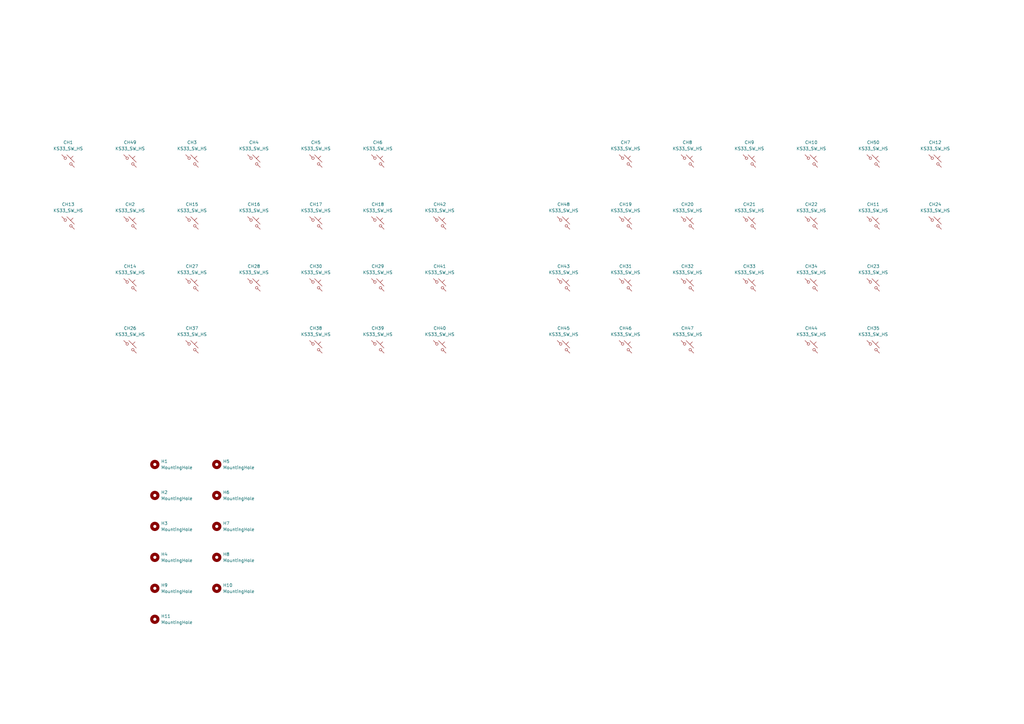
<source format=kicad_sch>
(kicad_sch (version 20250114) (generator "eeschema") (generator_version "9.0")
  (paper "A3")
  (title_block (title "Yet another keyboard") (date "2025-07-26") (rev "1.0-a") (company "My little free time Ltd") (comment 1 "This time non/split") (comment 2 "And I'll add a plate too!"))
  (lib_symbols
    (symbol "Mechanical:MountingHole" (pin_names (offset 1.016)) (in_bom no)
      (property "Reference" "H" (at 0 5.08 0))
      (property "Value" "MountingHole" (at 0 3.175 0))
      (symbol "MountingHole_0_1"
        (circle (center 0 0) (radius 1.27) (stroke (width 1.27)))
      )
    )
    (symbol "PCM_marbastlib-gateron_lp:KS33_SW_HS_KS-2P02B01-02" (pin_numbers (hide yes)) (pin_names (offset 1.016) (hide yes))
      (property "Reference" "CH" (at 3.048 1.016 0))
      (property "Value" "KS33_SW_HS" (at 0 -3.81 0))
      (symbol "KS33_SW_HS_KS-2P02B01-02_0_1"
        (polyline (pts (xy -2.54 2.54) (xy -1.524 1.524) (xy -1.524 1.524)))
        (circle (center -1.1684 1.1684) (radius 0.508))
        (polyline (pts (xy -0.508 2.54) (xy 2.54 -0.508)))
        (polyline (pts (xy 1.016 1.016) (xy 2.032 2.032)))
        (circle (center 1.143 -1.1938) (radius 0.508))
        (polyline (pts (xy 1.524 -1.524) (xy 2.54 -2.54) (xy 2.54 -2.54) (xy 2.54 -2.54)))
        (pin passive line (at -2.54 2.54 0) (length 0) (name "1") (number "1"))
        (pin passive line (at 2.54 -2.54 180) (length 0) (name "2") (number "2"))
      )
    )
  )
  (symbol (lib_id "PCM_marbastlib-gateron_lp:KS33_SW_HS_KS-2P02B01-02") (at 231.14 116.84 0) (unit 1)
    (property "Reference" "CH43" (at 231.14 109.22 0))
    (property "Value" "KS33_SW_HS" (at 231.14 111.76 0))
    (property "Footprint" "packed_switches_library:SW_KS33_hole" (effects (hide yes)))
    (property "Description" "Push button switch, normally open, two pins, 45° tilted" (effects (hide yes)))
  )
  (symbol (lib_id "PCM_marbastlib-gateron_lp:KS33_SW_HS_KS-2P02B01-02") (at 154.94 116.84 0) (unit 1)
    (property "Reference" "CH29" (at 154.94 109.22 0))
    (property "Value" "KS33_SW_HS" (at 154.94 111.76 0))
    (property "Footprint" "packed_switches_library:SW_KS33_hole" (effects (hide yes)))
    (property "Description" "Push button switch, normally open, two pins, 45° tilted" (effects (hide yes)))
  )
  (symbol (lib_id "PCM_marbastlib-gateron_lp:KS33_SW_HS_KS-2P02B01-02") (at 53.34 66.04 0) (unit 1)
    (property "Reference" "CH49" (at 53.34 58.42 0))
    (property "Value" "KS33_SW_HS" (at 53.34 60.96 0))
    (property "Footprint" "packed_switches_library:SW_KS33_hole" (effects (hide yes)))
    (property "Description" "Push button switch, normally open, two pins, 45° tilted" (effects (hide yes)))
  )
  (symbol (lib_id "Mechanical:MountingHole") (at 88.9 190.5 0) (unit 1) (in_bom no)
    (property "Reference" "H5" (at 91.44 189.2299 0) (effects (justify left)))
    (property "Value" "MountingHole" (at 91.44 191.7699 0) (effects (justify left)))
    (property "Footprint" "MountingHole:MountingHole_3.2mm_M3_Pad_Via" (effects (hide yes)))
    (property "Description" "Mounting Hole without connection" (effects (hide yes)))
  )
  (symbol (lib_id "PCM_marbastlib-gateron_lp:KS33_SW_HS_KS-2P02B01-02") (at 78.74 66.04 0) (unit 1)
    (property "Reference" "CH3" (at 78.74 58.42 0))
    (property "Value" "KS33_SW_HS" (at 78.74 60.96 0))
    (property "Footprint" "packed_switches_library:SW_KS33_hole" (effects (hide yes)))
    (property "Description" "Push button switch, normally open, two pins, 45° tilted" (effects (hide yes)))
  )
  (symbol (lib_id "PCM_marbastlib-gateron_lp:KS33_SW_HS_KS-2P02B01-02") (at 27.94 66.04 0) (unit 1)
    (property "Reference" "CH1" (at 27.94 58.42 0))
    (property "Value" "KS33_SW_HS" (at 27.94 60.96 0))
    (property "Footprint" "packed_switches_library:SW_KS33_hole" (effects (hide yes)))
    (property "Description" "Push button switch, normally open, two pins, 45° tilted" (effects (hide yes)))
  )
  (symbol (lib_id "PCM_marbastlib-gateron_lp:KS33_SW_HS_KS-2P02B01-02") (at 358.14 142.24 0) (unit 1)
    (property "Reference" "CH35" (at 358.14 134.62 0))
    (property "Value" "KS33_SW_HS" (at 358.14 137.16 0))
    (property "Footprint" "packed_switches_library:SW_KS33_hole" (effects (hide yes)))
    (property "Description" "Push button switch, normally open, two pins, 45° tilted" (effects (hide yes)))
  )
  (symbol (lib_id "PCM_marbastlib-gateron_lp:KS33_SW_HS_KS-2P02B01-02") (at 78.74 91.44 0) (unit 1)
    (property "Reference" "CH15" (at 78.74 83.82 0))
    (property "Value" "KS33_SW_HS" (at 78.74 86.36 0))
    (property "Footprint" "packed_switches_library:SW_KS33_hole" (effects (hide yes)))
    (property "Description" "Push button switch, normally open, two pins, 45° tilted" (effects (hide yes)))
  )
  (symbol (lib_id "PCM_marbastlib-gateron_lp:KS33_SW_HS_KS-2P02B01-02") (at 27.94 91.44 0) (unit 1)
    (property "Reference" "CH13" (at 27.94 83.82 0))
    (property "Value" "KS33_SW_HS" (at 27.94 86.36 0))
    (property "Footprint" "packed_switches_library:SW_KS33_hole" (effects (hide yes)))
    (property "Description" "Push button switch, normally open, two pins, 45° tilted" (effects (hide yes)))
  )
  (symbol (lib_id "PCM_marbastlib-gateron_lp:KS33_SW_HS_KS-2P02B01-02") (at 256.54 91.44 0) (unit 1)
    (property "Reference" "CH19" (at 256.54 83.82 0))
    (property "Value" "KS33_SW_HS" (at 256.54 86.36 0))
    (property "Footprint" "packed_switches_library:SW_KS33_hole" (effects (hide yes)))
    (property "Description" "Push button switch, normally open, two pins, 45° tilted" (effects (hide yes)))
  )
  (symbol (lib_id "PCM_marbastlib-gateron_lp:KS33_SW_HS_KS-2P02B01-02") (at 307.34 66.04 0) (unit 1)
    (property "Reference" "CH9" (at 307.34 58.42 0))
    (property "Value" "KS33_SW_HS" (at 307.34 60.96 0))
    (property "Footprint" "packed_switches_library:SW_KS33_hole" (effects (hide yes)))
    (property "Description" "Push button switch, normally open, two pins, 45° tilted" (effects (hide yes)))
  )
  (symbol (lib_id "PCM_marbastlib-gateron_lp:KS33_SW_HS_KS-2P02B01-02") (at 104.14 116.84 0) (unit 1)
    (property "Reference" "CH28" (at 104.14 109.22 0))
    (property "Value" "KS33_SW_HS" (at 104.14 111.76 0))
    (property "Footprint" "packed_switches_library:SW_KS33_hole" (effects (hide yes)))
    (property "Description" "Push button switch, normally open, two pins, 45° tilted" (effects (hide yes)))
  )
  (symbol (lib_id "PCM_marbastlib-gateron_lp:KS33_SW_HS_KS-2P02B01-02") (at 358.14 116.84 0) (unit 1)
    (property "Reference" "CH23" (at 358.14 109.22 0))
    (property "Value" "KS33_SW_HS" (at 358.14 111.76 0))
    (property "Footprint" "packed_switches_library:SW_KS33_hole" (effects (hide yes)))
    (property "Description" "Push button switch, normally open, two pins, 45° tilted" (effects (hide yes)))
  )
  (symbol (lib_id "PCM_marbastlib-gateron_lp:KS33_SW_HS_KS-2P02B01-02") (at 256.54 142.24 0) (unit 1)
    (property "Reference" "CH46" (at 256.54 134.62 0))
    (property "Value" "KS33_SW_HS" (at 256.54 137.16 0))
    (property "Footprint" "packed_switches_library:SW_KS33_hole" (effects (hide yes)))
    (property "Description" "Push button switch, normally open, two pins, 45° tilted" (effects (hide yes)))
  )
  (symbol (lib_id "PCM_marbastlib-gateron_lp:KS33_SW_HS_KS-2P02B01-02") (at 383.54 91.44 0) (unit 1)
    (property "Reference" "CH24" (at 383.54 83.82 0))
    (property "Value" "KS33_SW_HS" (at 383.54 86.36 0))
    (property "Footprint" "packed_switches_library:SW_KS33_hole" (effects (hide yes)))
    (property "Description" "Push button switch, normally open, two pins, 45° tilted" (effects (hide yes)))
  )
  (symbol (lib_id "PCM_marbastlib-gateron_lp:KS33_SW_HS_KS-2P02B01-02") (at 129.54 116.84 0) (unit 1)
    (property "Reference" "CH30" (at 129.54 109.22 0))
    (property "Value" "KS33_SW_HS" (at 129.54 111.76 0))
    (property "Footprint" "packed_switches_library:SW_KS33_hole" (effects (hide yes)))
    (property "Description" "Push button switch, normally open, two pins, 45° tilted" (effects (hide yes)))
  )
  (symbol (lib_id "Mechanical:MountingHole") (at 88.9 241.3 0) (unit 1) (in_bom no)
    (property "Reference" "H10" (at 91.44 240.0299 0) (effects (justify left)))
    (property "Value" "MountingHole" (at 91.44 242.5699 0) (effects (justify left)))
    (property "Footprint" "MountingHole:MountingHole_3.2mm_M3_Pad_Via" (effects (hide yes)))
    (property "Description" "Mounting Hole without connection" (effects (hide yes)))
  )
  (symbol (lib_id "Mechanical:MountingHole") (at 88.9 228.6 0) (unit 1) (in_bom no)
    (property "Reference" "H8" (at 91.44 227.3299 0) (effects (justify left)))
    (property "Value" "MountingHole" (at 91.44 229.8699 0) (effects (justify left)))
    (property "Footprint" "MountingHole:MountingHole_3.2mm_M3_Pad_Via" (effects (hide yes)))
    (property "Description" "Mounting Hole without connection" (effects (hide yes)))
  )
  (symbol (lib_id "Mechanical:MountingHole") (at 63.5 215.9 0) (unit 1) (in_bom no)
    (property "Reference" "H3" (at 66.04 214.6299 0) (effects (justify left)))
    (property "Value" "MountingHole" (at 66.04 217.1699 0) (effects (justify left)))
    (property "Footprint" "MountingHole:MountingHole_3.2mm_M3_Pad_Via" (effects (hide yes)))
    (property "Description" "Mounting Hole without connection" (effects (hide yes)))
  )
  (symbol (lib_id "PCM_marbastlib-gateron_lp:KS33_SW_HS_KS-2P02B01-02") (at 180.34 91.44 0) (unit 1)
    (property "Reference" "CH42" (at 180.34 83.82 0))
    (property "Value" "KS33_SW_HS" (at 180.34 86.36 0))
    (property "Footprint" "packed_switches_library:SW_KS33_hole" (effects (hide yes)))
    (property "Description" "Push button switch, normally open, two pins, 45° tilted" (effects (hide yes)))
  )
  (symbol (lib_id "PCM_marbastlib-gateron_lp:KS33_SW_HS_KS-2P02B01-02") (at 154.94 66.04 0) (unit 1)
    (property "Reference" "CH6" (at 154.94 58.42 0))
    (property "Value" "KS33_SW_HS" (at 154.94 60.96 0))
    (property "Footprint" "packed_switches_library:SW_KS33_hole" (effects (hide yes)))
    (property "Description" "Push button switch, normally open, two pins, 45° tilted" (effects (hide yes)))
  )
  (symbol (lib_id "Mechanical:MountingHole") (at 63.5 203.2 0) (unit 1) (in_bom no)
    (property "Reference" "H2" (at 66.04 201.9299 0) (effects (justify left)))
    (property "Value" "MountingHole" (at 66.04 204.4699 0) (effects (justify left)))
    (property "Footprint" "MountingHole:MountingHole_3.2mm_M3_Pad_Via" (effects (hide yes)))
    (property "Description" "Mounting Hole without connection" (effects (hide yes)))
  )
  (symbol (lib_id "PCM_marbastlib-gateron_lp:KS33_SW_HS_KS-2P02B01-02") (at 129.54 91.44 0) (unit 1)
    (property "Reference" "CH17" (at 129.54 83.82 0))
    (property "Value" "KS33_SW_HS" (at 129.54 86.36 0))
    (property "Footprint" "packed_switches_library:SW_KS33_hole" (effects (hide yes)))
    (property "Description" "Push button switch, normally open, two pins, 45° tilted" (effects (hide yes)))
  )
  (symbol (lib_id "PCM_marbastlib-gateron_lp:KS33_SW_HS_KS-2P02B01-02") (at 231.14 91.44 0) (unit 1)
    (property "Reference" "CH48" (at 231.14 83.82 0))
    (property "Value" "KS33_SW_HS" (at 231.14 86.36 0))
    (property "Footprint" "packed_switches_library:SW_KS33_hole" (effects (hide yes)))
    (property "Description" "Push button switch, normally open, two pins, 45° tilted" (effects (hide yes)))
  )
  (symbol (lib_id "PCM_marbastlib-gateron_lp:KS33_SW_HS_KS-2P02B01-02") (at 53.34 142.24 0) (unit 1)
    (property "Reference" "CH26" (at 53.34 134.62 0))
    (property "Value" "KS33_SW_HS" (at 53.34 137.16 0))
    (property "Footprint" "packed_switches_library:SW_KS33_hole" (effects (hide yes)))
    (property "Description" "Push button switch, normally open, two pins, 45° tilted" (effects (hide yes)))
  )
  (symbol (lib_id "PCM_marbastlib-gateron_lp:KS33_SW_HS_KS-2P02B01-02") (at 281.94 66.04 0) (unit 1)
    (property "Reference" "CH8" (at 281.94 58.42 0))
    (property "Value" "KS33_SW_HS" (at 281.94 60.96 0))
    (property "Footprint" "packed_switches_library:SW_KS33_hole" (effects (hide yes)))
    (property "Description" "Push button switch, normally open, two pins, 45° tilted" (effects (hide yes)))
  )
  (symbol (lib_id "PCM_marbastlib-gateron_lp:KS33_SW_HS_KS-2P02B01-02") (at 180.34 116.84 0) (unit 1)
    (property "Reference" "CH41" (at 180.34 109.22 0))
    (property "Value" "KS33_SW_HS" (at 180.34 111.76 0))
    (property "Footprint" "packed_switches_library:SW_KS33_hole" (effects (hide yes)))
    (property "Description" "Push button switch, normally open, two pins, 45° tilted" (effects (hide yes)))
  )
  (symbol (lib_id "PCM_marbastlib-gateron_lp:KS33_SW_HS_KS-2P02B01-02") (at 307.34 116.84 0) (unit 1)
    (property "Reference" "CH33" (at 307.34 109.22 0))
    (property "Value" "KS33_SW_HS" (at 307.34 111.76 0))
    (property "Footprint" "packed_switches_library:SW_KS33_hole" (effects (hide yes)))
    (property "Description" "Push button switch, normally open, two pins, 45° tilted" (effects (hide yes)))
  )
  (symbol (lib_id "Mechanical:MountingHole") (at 88.9 215.9 0) (unit 1) (in_bom no)
    (property "Reference" "H7" (at 91.44 214.6299 0) (effects (justify left)))
    (property "Value" "MountingHole" (at 91.44 217.1699 0) (effects (justify left)))
    (property "Footprint" "MountingHole:MountingHole_3.2mm_M3_Pad_Via" (effects (hide yes)))
    (property "Description" "Mounting Hole without connection" (effects (hide yes)))
  )
  (symbol (lib_id "PCM_marbastlib-gateron_lp:KS33_SW_HS_KS-2P02B01-02") (at 358.14 66.04 0) (unit 1)
    (property "Reference" "CH50" (at 358.14 58.42 0))
    (property "Value" "KS33_SW_HS" (at 358.14 60.96 0))
    (property "Footprint" "packed_switches_library:SW_KS33_hole" (effects (hide yes)))
    (property "Description" "Push button switch, normally open, two pins, 45° tilted" (effects (hide yes)))
  )
  (symbol (lib_id "PCM_marbastlib-gateron_lp:KS33_SW_HS_KS-2P02B01-02") (at 281.94 116.84 0) (unit 1)
    (property "Reference" "CH32" (at 281.94 109.22 0))
    (property "Value" "KS33_SW_HS" (at 281.94 111.76 0))
    (property "Footprint" "packed_switches_library:SW_KS33_hole" (effects (hide yes)))
    (property "Description" "Push button switch, normally open, two pins, 45° tilted" (effects (hide yes)))
  )
  (symbol (lib_id "Mechanical:MountingHole") (at 63.5 228.6 0) (unit 1) (in_bom no)
    (property "Reference" "H4" (at 66.04 227.3299 0) (effects (justify left)))
    (property "Value" "MountingHole" (at 66.04 229.8699 0) (effects (justify left)))
    (property "Footprint" "MountingHole:MountingHole_3.2mm_M3_Pad_Via" (effects (hide yes)))
    (property "Description" "Mounting Hole without connection" (effects (hide yes)))
  )
  (symbol (lib_id "Mechanical:MountingHole") (at 63.5 241.3 0) (unit 1) (in_bom no)
    (property "Reference" "H9" (at 66.04 240.0299 0) (effects (justify left)))
    (property "Value" "MountingHole" (at 66.04 242.5699 0) (effects (justify left)))
    (property "Footprint" "MountingHole:MountingHole_3.2mm_M3_Pad_Via" (effects (hide yes)))
    (property "Description" "Mounting Hole without connection" (effects (hide yes)))
  )
  (symbol (lib_id "PCM_marbastlib-gateron_lp:KS33_SW_HS_KS-2P02B01-02") (at 78.74 116.84 0) (unit 1)
    (property "Reference" "CH27" (at 78.74 109.22 0))
    (property "Value" "KS33_SW_HS" (at 78.74 111.76 0))
    (property "Footprint" "packed_switches_library:SW_KS33_hole" (effects (hide yes)))
    (property "Description" "Push button switch, normally open, two pins, 45° tilted" (effects (hide yes)))
  )
  (symbol (lib_id "PCM_marbastlib-gateron_lp:KS33_SW_HS_KS-2P02B01-02") (at 154.94 142.24 0) (unit 1)
    (property "Reference" "CH39" (at 154.94 134.62 0))
    (property "Value" "KS33_SW_HS" (at 154.94 137.16 0))
    (property "Footprint" "packed_switches_library:SW_KS33_hole" (effects (hide yes)))
    (property "Description" "Push button switch, normally open, two pins, 45° tilted" (effects (hide yes)))
  )
  (symbol (lib_id "PCM_marbastlib-gateron_lp:KS33_SW_HS_KS-2P02B01-02") (at 332.74 116.84 0) (unit 1)
    (property "Reference" "CH34" (at 332.74 109.22 0))
    (property "Value" "KS33_SW_HS" (at 332.74 111.76 0))
    (property "Footprint" "packed_switches_library:SW_KS33_hole" (effects (hide yes)))
    (property "Description" "Push button switch, normally open, two pins, 45° tilted" (effects (hide yes)))
  )
  (symbol (lib_id "PCM_marbastlib-gateron_lp:KS33_SW_HS_KS-2P02B01-02") (at 154.94 91.44 0) (unit 1)
    (property "Reference" "CH18" (at 154.94 83.82 0))
    (property "Value" "KS33_SW_HS" (at 154.94 86.36 0))
    (property "Footprint" "packed_switches_library:SW_KS33_hole" (effects (hide yes)))
    (property "Description" "Push button switch, normally open, two pins, 45° tilted" (effects (hide yes)))
  )
  (symbol (lib_id "Mechanical:MountingHole") (at 63.5 254 0) (unit 1) (in_bom no)
    (property "Reference" "H11" (at 66.04 252.7299 0) (effects (justify left)))
    (property "Value" "MountingHole" (at 66.04 255.2699 0) (effects (justify left)))
    (property "Footprint" "MountingHole:MountingHole_3.2mm_M3_Pad_Via" (effects (hide yes)))
    (property "Description" "Mounting Hole without connection" (effects (hide yes)))
  )
  (symbol (lib_id "PCM_marbastlib-gateron_lp:KS33_SW_HS_KS-2P02B01-02") (at 332.74 91.44 0) (unit 1)
    (property "Reference" "CH22" (at 332.74 83.82 0))
    (property "Value" "KS33_SW_HS" (at 332.74 86.36 0))
    (property "Footprint" "packed_switches_library:SW_KS33_hole" (effects (hide yes)))
    (property "Description" "Push button switch, normally open, two pins, 45° tilted" (effects (hide yes)))
  )
  (symbol (lib_id "PCM_marbastlib-gateron_lp:KS33_SW_HS_KS-2P02B01-02") (at 281.94 91.44 0) (unit 1)
    (property "Reference" "CH20" (at 281.94 83.82 0))
    (property "Value" "KS33_SW_HS" (at 281.94 86.36 0))
    (property "Footprint" "packed_switches_library:SW_KS33_hole" (effects (hide yes)))
    (property "Description" "Push button switch, normally open, two pins, 45° tilted" (effects (hide yes)))
  )
  (symbol (lib_id "PCM_marbastlib-gateron_lp:KS33_SW_HS_KS-2P02B01-02") (at 281.94 142.24 0) (unit 1)
    (property "Reference" "CH47" (at 281.94 134.62 0))
    (property "Value" "KS33_SW_HS" (at 281.94 137.16 0))
    (property "Footprint" "packed_switches_library:SW_KS33_hole" (effects (hide yes)))
    (property "Description" "Push button switch, normally open, two pins, 45° tilted" (effects (hide yes)))
  )
  (symbol (lib_id "PCM_marbastlib-gateron_lp:KS33_SW_HS_KS-2P02B01-02") (at 358.14 91.44 0) (unit 1)
    (property "Reference" "CH11" (at 358.14 83.82 0))
    (property "Value" "KS33_SW_HS" (at 358.14 86.36 0))
    (property "Footprint" "packed_switches_library:SW_KS33_hole" (effects (hide yes)))
    (property "Description" "Push button switch, normally open, two pins, 45° tilted" (effects (hide yes)))
  )
  (symbol (lib_id "PCM_marbastlib-gateron_lp:KS33_SW_HS_KS-2P02B01-02") (at 256.54 116.84 0) (unit 1)
    (property "Reference" "CH31" (at 256.54 109.22 0))
    (property "Value" "KS33_SW_HS" (at 256.54 111.76 0))
    (property "Footprint" "packed_switches_library:SW_KS33_hole" (effects (hide yes)))
    (property "Description" "Push button switch, normally open, two pins, 45° tilted" (effects (hide yes)))
  )
  (symbol (lib_id "PCM_marbastlib-gateron_lp:KS33_SW_HS_KS-2P02B01-02") (at 231.14 142.24 0) (unit 1)
    (property "Reference" "CH45" (at 231.14 134.62 0))
    (property "Value" "KS33_SW_HS" (at 231.14 137.16 0))
    (property "Footprint" "packed_switches_library:SW_KS33_hole" (effects (hide yes)))
    (property "Description" "Push button switch, normally open, two pins, 45° tilted" (effects (hide yes)))
  )
  (symbol (lib_id "PCM_marbastlib-gateron_lp:KS33_SW_HS_KS-2P02B01-02") (at 78.74 142.24 0) (unit 1)
    (property "Reference" "CH37" (at 78.74 134.62 0))
    (property "Value" "KS33_SW_HS" (at 78.74 137.16 0))
    (property "Footprint" "packed_switches_library:SW_KS33_hole" (effects (hide yes)))
    (property "Description" "Push button switch, normally open, two pins, 45° tilted" (effects (hide yes)))
  )
  (symbol (lib_id "PCM_marbastlib-gateron_lp:KS33_SW_HS_KS-2P02B01-02") (at 53.34 91.44 0) (unit 1)
    (property "Reference" "CH2" (at 53.34 83.82 0))
    (property "Value" "KS33_SW_HS" (at 53.34 86.36 0))
    (property "Footprint" "packed_switches_library:SW_KS33_hole" (effects (hide yes)))
    (property "Description" "Push button switch, normally open, two pins, 45° tilted" (effects (hide yes)))
  )
  (symbol (lib_id "PCM_marbastlib-gateron_lp:KS33_SW_HS_KS-2P02B01-02") (at 332.74 142.24 0) (unit 1)
    (property "Reference" "CH44" (at 332.74 134.62 0))
    (property "Value" "KS33_SW_HS" (at 332.74 137.16 0))
    (property "Footprint" "packed_switches_library:SW_KS33_hole" (effects (hide yes)))
    (property "Description" "Push button switch, normally open, two pins, 45° tilted" (effects (hide yes)))
  )
  (symbol (lib_id "PCM_marbastlib-gateron_lp:KS33_SW_HS_KS-2P02B01-02") (at 383.54 66.04 0) (unit 1)
    (property "Reference" "CH12" (at 383.54 58.42 0))
    (property "Value" "KS33_SW_HS" (at 383.54 60.96 0))
    (property "Footprint" "packed_switches_library:SW_KS33_hole" (effects (hide yes)))
    (property "Description" "Push button switch, normally open, two pins, 45° tilted" (effects (hide yes)))
  )
  (symbol (lib_id "PCM_marbastlib-gateron_lp:KS33_SW_HS_KS-2P02B01-02") (at 129.54 142.24 0) (unit 1)
    (property "Reference" "CH38" (at 129.54 134.62 0))
    (property "Value" "KS33_SW_HS" (at 129.54 137.16 0))
    (property "Footprint" "packed_switches_library:SW_KS33_hole" (effects (hide yes)))
    (property "Description" "Push button switch, normally open, two pins, 45° tilted" (effects (hide yes)))
  )
  (symbol (lib_id "PCM_marbastlib-gateron_lp:KS33_SW_HS_KS-2P02B01-02") (at 307.34 91.44 0) (unit 1)
    (property "Reference" "CH21" (at 307.34 83.82 0))
    (property "Value" "KS33_SW_HS" (at 307.34 86.36 0))
    (property "Footprint" "packed_switches_library:SW_KS33_hole" (effects (hide yes)))
    (property "Description" "Push button switch, normally open, two pins, 45° tilted" (effects (hide yes)))
  )
  (symbol (lib_id "PCM_marbastlib-gateron_lp:KS33_SW_HS_KS-2P02B01-02") (at 104.14 91.44 0) (unit 1)
    (property "Reference" "CH16" (at 104.14 83.82 0))
    (property "Value" "KS33_SW_HS" (at 104.14 86.36 0))
    (property "Footprint" "packed_switches_library:SW_KS33_hole" (effects (hide yes)))
    (property "Description" "Push button switch, normally open, two pins, 45° tilted" (effects (hide yes)))
  )
  (symbol (lib_id "PCM_marbastlib-gateron_lp:KS33_SW_HS_KS-2P02B01-02") (at 53.34 116.84 0) (unit 1)
    (property "Reference" "CH14" (at 53.34 109.22 0))
    (property "Value" "KS33_SW_HS" (at 53.34 111.76 0))
    (property "Footprint" "packed_switches_library:SW_KS33_hole" (effects (hide yes)))
    (property "Description" "Push button switch, normally open, two pins, 45° tilted" (effects (hide yes)))
  )
  (symbol (lib_id "Mechanical:MountingHole") (at 63.5 190.5 0) (unit 1) (in_bom no)
    (property "Reference" "H1" (at 66.04 189.2299 0) (effects (justify left)))
    (property "Value" "MountingHole" (at 66.04 191.7699 0) (effects (justify left)))
    (property "Footprint" "MountingHole:MountingHole_3.2mm_M3_Pad_Via" (effects (hide yes)))
    (property "Description" "Mounting Hole without connection" (effects (hide yes)))
  )
  (symbol (lib_id "PCM_marbastlib-gateron_lp:KS33_SW_HS_KS-2P02B01-02") (at 256.54 66.04 0) (unit 1)
    (property "Reference" "CH7" (at 256.54 58.42 0))
    (property "Value" "KS33_SW_HS" (at 256.54 60.96 0))
    (property "Footprint" "packed_switches_library:SW_KS33_hole" (effects (hide yes)))
    (property "Description" "Push button switch, normally open, two pins, 45° tilted" (effects (hide yes)))
  )
  (symbol (lib_id "PCM_marbastlib-gateron_lp:KS33_SW_HS_KS-2P02B01-02") (at 180.34 142.24 0) (unit 1)
    (property "Reference" "CH40" (at 180.34 134.62 0))
    (property "Value" "KS33_SW_HS" (at 180.34 137.16 0))
    (property "Footprint" "packed_switches_library:SW_KS33_hole" (effects (hide yes)))
    (property "Description" "Push button switch, normally open, two pins, 45° tilted" (effects (hide yes)))
  )
  (symbol (lib_id "PCM_marbastlib-gateron_lp:KS33_SW_HS_KS-2P02B01-02") (at 332.74 66.04 0) (unit 1)
    (property "Reference" "CH10" (at 332.74 58.42 0))
    (property "Value" "KS33_SW_HS" (at 332.74 60.96 0))
    (property "Footprint" "packed_switches_library:SW_KS33_hole" (effects (hide yes)))
    (property "Description" "Push button switch, normally open, two pins, 45° tilted" (effects (hide yes)))
  )
  (symbol (lib_id "Mechanical:MountingHole") (at 88.9 203.2 0) (unit 1) (in_bom no)
    (property "Reference" "H6" (at 91.44 201.9299 0) (effects (justify left)))
    (property "Value" "MountingHole" (at 91.44 204.4699 0) (effects (justify left)))
    (property "Footprint" "MountingHole:MountingHole_3.2mm_M3_Pad_Via" (effects (hide yes)))
    (property "Description" "Mounting Hole without connection" (effects (hide yes)))
  )
  (symbol (lib_id "PCM_marbastlib-gateron_lp:KS33_SW_HS_KS-2P02B01-02") (at 104.14 66.04 0) (unit 1)
    (property "Reference" "CH4" (at 104.14 58.42 0))
    (property "Value" "KS33_SW_HS" (at 104.14 60.96 0))
    (property "Footprint" "packed_switches_library:SW_KS33_hole" (effects (hide yes)))
    (property "Description" "Push button switch, normally open, two pins, 45° tilted" (effects (hide yes)))
  )
  (symbol (lib_id "PCM_marbastlib-gateron_lp:KS33_SW_HS_KS-2P02B01-02") (at 129.54 66.04 0) (unit 1)
    (property "Reference" "CH5" (at 129.54 58.42 0))
    (property "Value" "KS33_SW_HS" (at 129.54 60.96 0))
    (property "Footprint" "packed_switches_library:SW_KS33_hole" (effects (hide yes)))
    (property "Description" "Push button switch, normally open, two pins, 45° tilted" (effects (hide yes)))
  )
)
</source>
